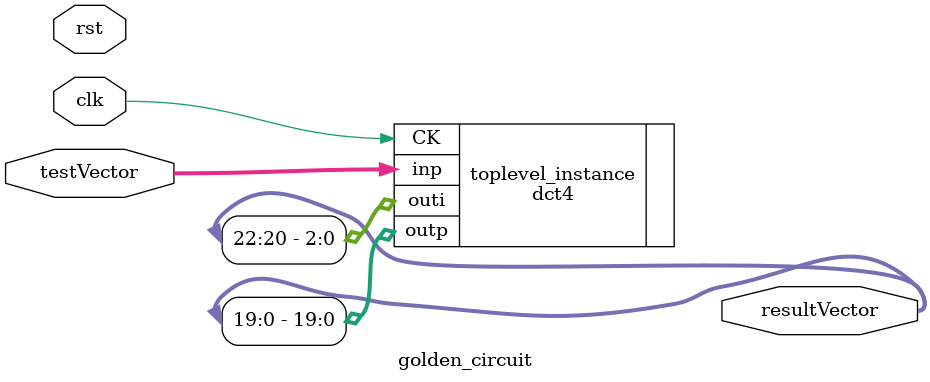
<source format=v>
`timescale 100 ps/100 ps
module golden_circuit (
clk,
rst,
testVector,
resultVector,
);
input clk;
input rst;
input[63:0] testVector;
output[22:0] resultVector;
dct4 toplevel_instance (
.CK(clk),
.inp(testVector [63:0]),
.outp(resultVector [19:0]),
.outi(resultVector [22:20]));
endmodule
</source>
